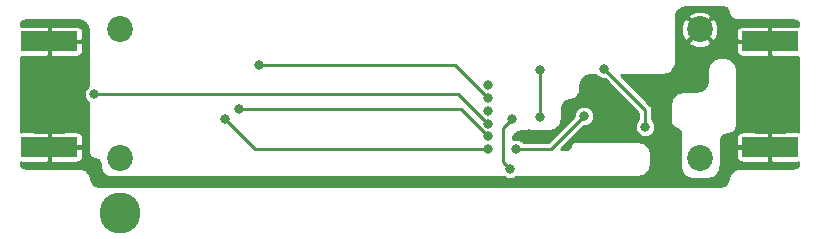
<source format=gbr>
G04 #@! TF.GenerationSoftware,KiCad,Pcbnew,(5.1.4)-1*
G04 #@! TF.CreationDate,2019-08-19T13:43:39-06:00*
G04 #@! TF.ProjectId,Windchill01,57696e64-6368-4696-9c6c-30312e6b6963,rev?*
G04 #@! TF.SameCoordinates,Original*
G04 #@! TF.FileFunction,Copper,L2,Bot*
G04 #@! TF.FilePolarity,Positive*
%FSLAX46Y46*%
G04 Gerber Fmt 4.6, Leading zero omitted, Abs format (unit mm)*
G04 Created by KiCad (PCBNEW (5.1.4)-1) date 2019-08-19 13:43:39*
%MOMM*%
%LPD*%
G04 APERTURE LIST*
%ADD10C,3.480000*%
%ADD11C,2.190000*%
%ADD12R,4.720000X1.670000*%
%ADD13C,0.800000*%
%ADD14C,0.250000*%
%ADD15C,0.254000*%
G04 APERTURE END LIST*
D10*
X89550000Y-83260000D03*
D11*
X138650000Y-67730000D03*
X138650000Y-78650000D03*
X89550000Y-67730000D03*
X89550000Y-78650000D03*
D12*
X144600000Y-68745000D03*
X144600000Y-77695000D03*
X83600000Y-77695000D03*
X83600000Y-68745000D03*
D13*
X87400000Y-73220000D03*
X120720000Y-75720000D03*
X135700000Y-76800000D03*
X129342000Y-73281000D03*
X124201000Y-76611000D03*
X136915000Y-70858000D03*
X134045000Y-75984000D03*
X130599999Y-71100000D03*
X120720000Y-72480000D03*
X128875000Y-75081000D03*
X120720000Y-76800000D03*
X99667000Y-74515000D03*
X123128347Y-77869653D03*
X120720000Y-73560000D03*
X101320000Y-70770000D03*
X120720000Y-77880000D03*
X98471000Y-75313000D03*
X120720000Y-74640000D03*
X122800000Y-75300000D03*
X122612000Y-79531000D03*
X125145000Y-75128000D03*
X125153000Y-71160000D03*
D14*
X118220000Y-73220000D02*
X120720000Y-75720000D01*
X87400000Y-73220000D02*
X118220000Y-73220000D01*
X134045000Y-74545001D02*
X130999998Y-71499999D01*
X130999998Y-71499999D02*
X130599999Y-71100000D01*
X134045000Y-75984000D02*
X134045000Y-74545001D01*
X120720000Y-76800000D02*
X118435000Y-74515000D01*
X118435000Y-74515000D02*
X99667000Y-74515000D01*
X128475001Y-75480999D02*
X128875000Y-75081000D01*
X126086347Y-77869653D02*
X128475001Y-75480999D01*
X123128347Y-77869653D02*
X126086347Y-77869653D01*
X117930000Y-70770000D02*
X120720000Y-73560000D01*
X101320000Y-70770000D02*
X117930000Y-70770000D01*
X101038000Y-77880000D02*
X120720000Y-77880000D01*
X98471000Y-75313000D02*
X101038000Y-77880000D01*
X122041000Y-78960000D02*
X122612000Y-79531000D01*
X122800000Y-75300000D02*
X122041000Y-76059000D01*
X122041000Y-76059000D02*
X122041000Y-78960000D01*
X125153000Y-75120000D02*
X125145000Y-75128000D01*
X125153000Y-71160000D02*
X125153000Y-75120000D01*
D15*
G36*
X140859259Y-65887551D02*
G01*
X141012449Y-66040741D01*
X141151013Y-66557870D01*
X141159783Y-66581171D01*
X141172930Y-66602313D01*
X141183883Y-66614803D01*
X141385197Y-66816117D01*
X141404443Y-66831911D01*
X141426399Y-66843647D01*
X141442130Y-66848987D01*
X141717130Y-66922673D01*
X141750000Y-66927000D01*
X146487491Y-66927000D01*
X146833130Y-66995752D01*
X146998000Y-67105914D01*
X146998000Y-67434435D01*
X146960000Y-67430692D01*
X144767250Y-67433000D01*
X144648000Y-67552250D01*
X144648000Y-68697000D01*
X144668000Y-68697000D01*
X144668000Y-68793000D01*
X144648000Y-68793000D01*
X144648000Y-69937750D01*
X144767250Y-70057000D01*
X146960000Y-70059308D01*
X146998000Y-70055565D01*
X146998001Y-76384435D01*
X146960000Y-76380692D01*
X144767250Y-76383000D01*
X144648000Y-76502250D01*
X144648000Y-77647000D01*
X144668000Y-77647000D01*
X144668000Y-77743000D01*
X144648000Y-77743000D01*
X144648000Y-78887750D01*
X144767250Y-79007000D01*
X146960000Y-79009308D01*
X146998001Y-79005565D01*
X146998001Y-79294085D01*
X146833130Y-79404248D01*
X146487491Y-79473000D01*
X141975000Y-79473000D01*
X141942130Y-79477327D01*
X141554630Y-79581157D01*
X141531329Y-79589927D01*
X141510187Y-79603074D01*
X141497697Y-79614027D01*
X141214027Y-79897697D01*
X141198233Y-79916943D01*
X141186497Y-79938899D01*
X141181157Y-79954630D01*
X140982305Y-80696759D01*
X140746759Y-80932305D01*
X140408279Y-81023000D01*
X87791721Y-81023000D01*
X87453241Y-80932305D01*
X87217695Y-80696759D01*
X87018843Y-79954630D01*
X87010073Y-79931329D01*
X86996926Y-79910187D01*
X86985973Y-79897697D01*
X86702303Y-79614027D01*
X86683057Y-79598233D01*
X86661101Y-79586497D01*
X86645370Y-79581157D01*
X86257870Y-79477327D01*
X86225000Y-79473000D01*
X81712509Y-79473000D01*
X81366870Y-79404248D01*
X81202000Y-79294086D01*
X81202000Y-79005565D01*
X81240000Y-79009308D01*
X83432750Y-79007000D01*
X83552000Y-78887750D01*
X83552000Y-77743000D01*
X83648000Y-77743000D01*
X83648000Y-78887750D01*
X83767250Y-79007000D01*
X85960000Y-79009308D01*
X86053508Y-79000098D01*
X86143423Y-78972823D01*
X86226289Y-78928530D01*
X86298922Y-78868922D01*
X86358530Y-78796289D01*
X86402823Y-78713423D01*
X86430098Y-78623508D01*
X86439308Y-78530000D01*
X86437000Y-77862250D01*
X86317750Y-77743000D01*
X83648000Y-77743000D01*
X83552000Y-77743000D01*
X83532000Y-77743000D01*
X83532000Y-77647000D01*
X83552000Y-77647000D01*
X83552000Y-76502250D01*
X83648000Y-76502250D01*
X83648000Y-77647000D01*
X86317750Y-77647000D01*
X86437000Y-77527750D01*
X86439308Y-76860000D01*
X86430098Y-76766492D01*
X86402823Y-76676577D01*
X86358530Y-76593711D01*
X86298922Y-76521078D01*
X86226289Y-76461470D01*
X86143423Y-76417177D01*
X86053508Y-76389902D01*
X85960000Y-76380692D01*
X83767250Y-76383000D01*
X83648000Y-76502250D01*
X83552000Y-76502250D01*
X83432750Y-76383000D01*
X81240000Y-76380692D01*
X81202000Y-76384435D01*
X81202000Y-70055565D01*
X81240000Y-70059308D01*
X83432750Y-70057000D01*
X83552000Y-69937750D01*
X83552000Y-68793000D01*
X83648000Y-68793000D01*
X83648000Y-69937750D01*
X83767250Y-70057000D01*
X85960000Y-70059308D01*
X86053508Y-70050098D01*
X86143423Y-70022823D01*
X86226289Y-69978530D01*
X86298922Y-69918922D01*
X86358530Y-69846289D01*
X86402823Y-69763423D01*
X86430098Y-69673508D01*
X86439308Y-69580000D01*
X86437000Y-68912250D01*
X86317750Y-68793000D01*
X83648000Y-68793000D01*
X83552000Y-68793000D01*
X83532000Y-68793000D01*
X83532000Y-68697000D01*
X83552000Y-68697000D01*
X83552000Y-67552250D01*
X83648000Y-67552250D01*
X83648000Y-68697000D01*
X86317750Y-68697000D01*
X86437000Y-68577750D01*
X86439308Y-67910000D01*
X86430098Y-67816492D01*
X86402823Y-67726577D01*
X86358530Y-67643711D01*
X86298922Y-67571078D01*
X86226289Y-67511470D01*
X86143423Y-67467177D01*
X86053508Y-67439902D01*
X85960000Y-67430692D01*
X83767250Y-67433000D01*
X83648000Y-67552250D01*
X83552000Y-67552250D01*
X83432750Y-67433000D01*
X81240000Y-67430692D01*
X81202000Y-67434435D01*
X81202000Y-67105914D01*
X81366870Y-66995752D01*
X81712509Y-66927000D01*
X85987491Y-66927000D01*
X86333130Y-66995752D01*
X86615545Y-67184455D01*
X86804248Y-67466870D01*
X86873000Y-67812509D01*
X86873000Y-72517372D01*
X86840945Y-72538790D01*
X86718790Y-72660945D01*
X86622813Y-72804585D01*
X86556703Y-72964189D01*
X86523000Y-73133623D01*
X86523000Y-73306377D01*
X86556703Y-73475811D01*
X86622813Y-73635415D01*
X86718790Y-73779055D01*
X86840945Y-73901210D01*
X86873000Y-73922628D01*
X86873000Y-78100000D01*
X86877327Y-78132870D01*
X86944314Y-78382870D01*
X86953084Y-78406171D01*
X86966231Y-78427313D01*
X86977184Y-78439803D01*
X87160197Y-78622816D01*
X87179443Y-78638610D01*
X87201399Y-78650346D01*
X87217130Y-78655686D01*
X87684259Y-78780852D01*
X87819148Y-78915741D01*
X87873000Y-79116721D01*
X87873000Y-79350000D01*
X87877327Y-79382870D01*
X87977808Y-79757870D01*
X87986578Y-79781171D01*
X87999725Y-79802313D01*
X88010678Y-79814803D01*
X88285197Y-80089322D01*
X88304443Y-80105116D01*
X88326399Y-80116852D01*
X88342130Y-80122192D01*
X88717130Y-80222673D01*
X88750000Y-80227000D01*
X122075080Y-80227000D01*
X122196585Y-80308187D01*
X122356189Y-80374297D01*
X122525623Y-80408000D01*
X122698377Y-80408000D01*
X122867811Y-80374297D01*
X123027415Y-80308187D01*
X123148920Y-80227000D01*
X133400000Y-80227000D01*
X133424776Y-80224560D01*
X133807459Y-80148440D01*
X133831284Y-80141213D01*
X133853240Y-80129477D01*
X134177664Y-79912704D01*
X134196910Y-79896910D01*
X134212704Y-79877664D01*
X134429477Y-79553240D01*
X134441213Y-79531284D01*
X134448440Y-79507459D01*
X134524560Y-79124776D01*
X134527000Y-79100000D01*
X134527000Y-78300000D01*
X134524560Y-78275224D01*
X134448440Y-77892541D01*
X134441213Y-77868716D01*
X134429477Y-77846760D01*
X134212704Y-77522336D01*
X134196910Y-77503090D01*
X134177664Y-77487296D01*
X133853240Y-77270523D01*
X133831284Y-77258787D01*
X133807459Y-77251560D01*
X133424776Y-77175440D01*
X133400000Y-77173000D01*
X128150000Y-77173000D01*
X128125224Y-77175440D01*
X128101399Y-77182667D01*
X127853912Y-77285180D01*
X127831955Y-77296916D01*
X127812710Y-77312711D01*
X127796916Y-77331956D01*
X127785180Y-77353912D01*
X127600285Y-77800285D01*
X127424737Y-77873000D01*
X126934355Y-77873000D01*
X128849356Y-75958000D01*
X128961377Y-75958000D01*
X129130811Y-75924297D01*
X129290415Y-75858187D01*
X129434055Y-75762210D01*
X129556210Y-75640055D01*
X129652187Y-75496415D01*
X129718297Y-75336811D01*
X129752000Y-75167377D01*
X129752000Y-74994623D01*
X129718297Y-74825189D01*
X129652187Y-74665585D01*
X129556210Y-74521945D01*
X129434055Y-74399790D01*
X129290415Y-74303813D01*
X129130811Y-74237703D01*
X128961377Y-74204000D01*
X128788623Y-74204000D01*
X128619189Y-74237703D01*
X128459585Y-74303813D01*
X128315945Y-74399790D01*
X128193790Y-74521945D01*
X128097813Y-74665585D01*
X128031703Y-74825189D01*
X127998000Y-74994623D01*
X127998000Y-75106644D01*
X125836992Y-77267653D01*
X123766612Y-77267653D01*
X123687402Y-77188443D01*
X123543762Y-77092466D01*
X123384158Y-77026356D01*
X123214724Y-76992653D01*
X123041970Y-76992653D01*
X122872536Y-77026356D01*
X122841587Y-77039176D01*
X122888139Y-76805139D01*
X123055166Y-76555166D01*
X123305139Y-76388139D01*
X123612509Y-76327000D01*
X125900000Y-76327000D01*
X125924776Y-76324560D01*
X126307459Y-76248440D01*
X126331284Y-76241213D01*
X126353240Y-76229477D01*
X126677664Y-76012704D01*
X126696910Y-75996910D01*
X126712704Y-75977664D01*
X126929477Y-75653240D01*
X126941213Y-75631284D01*
X126948440Y-75607459D01*
X127024560Y-75224776D01*
X127027000Y-75200000D01*
X127027000Y-74366721D01*
X127114346Y-74040741D01*
X127340741Y-73814346D01*
X128057870Y-73622192D01*
X128081171Y-73613422D01*
X128102313Y-73600275D01*
X128114803Y-73589322D01*
X128389322Y-73314803D01*
X128405116Y-73295557D01*
X128416852Y-73273601D01*
X128422192Y-73257870D01*
X128522673Y-72882870D01*
X128527000Y-72850000D01*
X128527000Y-72512509D01*
X128595752Y-72166870D01*
X128784455Y-71884455D01*
X129066870Y-71695752D01*
X129412509Y-71627000D01*
X129897371Y-71627000D01*
X129918789Y-71659055D01*
X130040944Y-71781210D01*
X130184584Y-71877187D01*
X130344188Y-71943297D01*
X130513622Y-71977000D01*
X130625644Y-71977000D01*
X133443001Y-74794359D01*
X133443000Y-75345735D01*
X133363790Y-75424945D01*
X133267813Y-75568585D01*
X133201703Y-75728189D01*
X133168000Y-75897623D01*
X133168000Y-76070377D01*
X133201703Y-76239811D01*
X133267813Y-76399415D01*
X133363790Y-76543055D01*
X133485945Y-76665210D01*
X133629585Y-76761187D01*
X133789189Y-76827297D01*
X133958623Y-76861000D01*
X134131377Y-76861000D01*
X134300811Y-76827297D01*
X134460415Y-76761187D01*
X134604055Y-76665210D01*
X134726210Y-76543055D01*
X134822187Y-76399415D01*
X134888297Y-76239811D01*
X134922000Y-76070377D01*
X134922000Y-75897623D01*
X134888297Y-75728189D01*
X134822187Y-75568585D01*
X134726210Y-75424945D01*
X134647000Y-75345735D01*
X134647000Y-74574557D01*
X134649911Y-74545000D01*
X134647000Y-74515444D01*
X134647000Y-74515435D01*
X134638289Y-74426989D01*
X134603866Y-74313511D01*
X134547966Y-74208930D01*
X134523345Y-74178929D01*
X134491584Y-74140228D01*
X134491580Y-74140224D01*
X134472737Y-74117264D01*
X134451701Y-74100000D01*
X136173000Y-74100000D01*
X136173000Y-75600000D01*
X136175440Y-75624776D01*
X136182667Y-75648601D01*
X136299824Y-75931444D01*
X136311560Y-75953400D01*
X136327354Y-75972645D01*
X136346599Y-75988440D01*
X136368556Y-76000176D01*
X136885641Y-76214359D01*
X136973000Y-76425263D01*
X136973000Y-79300000D01*
X136975440Y-79324776D01*
X137051560Y-79707459D01*
X137058787Y-79731284D01*
X137070523Y-79753240D01*
X137287296Y-80077664D01*
X137303090Y-80096910D01*
X137322336Y-80112704D01*
X137646760Y-80329477D01*
X137668716Y-80341213D01*
X137692541Y-80348440D01*
X138075224Y-80424560D01*
X138100000Y-80427000D01*
X139300000Y-80427000D01*
X139324776Y-80424560D01*
X139707459Y-80348440D01*
X139731284Y-80341213D01*
X139753240Y-80329477D01*
X140077664Y-80112704D01*
X140096910Y-80096910D01*
X140112704Y-80077664D01*
X140329477Y-79753240D01*
X140341213Y-79731284D01*
X140348440Y-79707459D01*
X140424560Y-79324776D01*
X140427000Y-79300000D01*
X140427000Y-78530000D01*
X141760692Y-78530000D01*
X141769902Y-78623508D01*
X141797177Y-78713423D01*
X141841470Y-78796289D01*
X141901078Y-78868922D01*
X141973711Y-78928530D01*
X142056577Y-78972823D01*
X142146492Y-79000098D01*
X142240000Y-79009308D01*
X144432750Y-79007000D01*
X144552000Y-78887750D01*
X144552000Y-77743000D01*
X141882250Y-77743000D01*
X141763000Y-77862250D01*
X141760692Y-78530000D01*
X140427000Y-78530000D01*
X140427000Y-77216721D01*
X140507647Y-76915741D01*
X140563388Y-76860000D01*
X141760692Y-76860000D01*
X141763000Y-77527750D01*
X141882250Y-77647000D01*
X144552000Y-77647000D01*
X144552000Y-76502250D01*
X144432750Y-76383000D01*
X142240000Y-76380692D01*
X142146492Y-76389902D01*
X142056577Y-76417177D01*
X141973711Y-76461470D01*
X141901078Y-76521078D01*
X141841470Y-76593711D01*
X141797177Y-76676577D01*
X141769902Y-76766492D01*
X141760692Y-76860000D01*
X140563388Y-76860000D01*
X140715741Y-76707647D01*
X141382870Y-76528891D01*
X141406171Y-76520121D01*
X141427313Y-76506974D01*
X141439803Y-76496021D01*
X141696021Y-76239803D01*
X141711815Y-76220557D01*
X141723551Y-76198601D01*
X141728891Y-76182870D01*
X141822673Y-75832870D01*
X141827000Y-75800000D01*
X141827000Y-71200000D01*
X141824560Y-71175224D01*
X141748440Y-70792541D01*
X141741213Y-70768716D01*
X141729477Y-70746760D01*
X141512704Y-70422336D01*
X141496910Y-70403090D01*
X141477664Y-70387296D01*
X141153240Y-70170523D01*
X141131284Y-70158787D01*
X141107459Y-70151560D01*
X140724776Y-70075440D01*
X140700000Y-70073000D01*
X140400000Y-70073000D01*
X140375224Y-70075440D01*
X139992541Y-70151560D01*
X139968716Y-70158787D01*
X139946760Y-70170523D01*
X139622336Y-70387296D01*
X139603090Y-70403090D01*
X139587296Y-70422336D01*
X139370523Y-70746760D01*
X139358787Y-70768716D01*
X139351560Y-70792541D01*
X139275440Y-71175224D01*
X139273000Y-71200000D01*
X139273000Y-72087491D01*
X139204248Y-72433130D01*
X139015545Y-72715545D01*
X138733130Y-72904248D01*
X138387491Y-72973000D01*
X137300000Y-72973000D01*
X137275224Y-72975440D01*
X136892541Y-73051560D01*
X136868716Y-73058787D01*
X136846760Y-73070523D01*
X136522336Y-73287296D01*
X136503090Y-73303090D01*
X136487296Y-73322336D01*
X136270523Y-73646760D01*
X136258787Y-73668716D01*
X136251560Y-73692541D01*
X136175440Y-74075224D01*
X136173000Y-74100000D01*
X134451701Y-74100000D01*
X134449777Y-74098421D01*
X131978354Y-71627000D01*
X135500000Y-71627000D01*
X135524776Y-71624560D01*
X135907459Y-71548440D01*
X135931284Y-71541213D01*
X135953240Y-71529477D01*
X136277664Y-71312704D01*
X136296910Y-71296910D01*
X136312704Y-71277664D01*
X136529477Y-70953240D01*
X136541213Y-70931284D01*
X136548440Y-70907459D01*
X136624560Y-70524776D01*
X136627000Y-70500000D01*
X136627000Y-69580000D01*
X141760692Y-69580000D01*
X141769902Y-69673508D01*
X141797177Y-69763423D01*
X141841470Y-69846289D01*
X141901078Y-69918922D01*
X141973711Y-69978530D01*
X142056577Y-70022823D01*
X142146492Y-70050098D01*
X142240000Y-70059308D01*
X144432750Y-70057000D01*
X144552000Y-69937750D01*
X144552000Y-68793000D01*
X141882250Y-68793000D01*
X141763000Y-68912250D01*
X141760692Y-69580000D01*
X136627000Y-69580000D01*
X136627000Y-68796011D01*
X137651871Y-68796011D01*
X137760792Y-69035552D01*
X138032578Y-69183943D01*
X138328092Y-69276459D01*
X138635977Y-69309545D01*
X138944400Y-69281930D01*
X139241510Y-69194676D01*
X139515889Y-69051134D01*
X139539208Y-69035552D01*
X139648129Y-68796011D01*
X138650000Y-67797882D01*
X137651871Y-68796011D01*
X136627000Y-68796011D01*
X136627000Y-67715977D01*
X137070455Y-67715977D01*
X137098070Y-68024400D01*
X137185324Y-68321510D01*
X137328866Y-68595889D01*
X137344448Y-68619208D01*
X137583989Y-68728129D01*
X138582118Y-67730000D01*
X138717882Y-67730000D01*
X139716011Y-68728129D01*
X139955552Y-68619208D01*
X140103943Y-68347422D01*
X140196459Y-68051908D01*
X140211708Y-67910000D01*
X141760692Y-67910000D01*
X141763000Y-68577750D01*
X141882250Y-68697000D01*
X144552000Y-68697000D01*
X144552000Y-67552250D01*
X144432750Y-67433000D01*
X142240000Y-67430692D01*
X142146492Y-67439902D01*
X142056577Y-67467177D01*
X141973711Y-67511470D01*
X141901078Y-67571078D01*
X141841470Y-67643711D01*
X141797177Y-67726577D01*
X141769902Y-67816492D01*
X141760692Y-67910000D01*
X140211708Y-67910000D01*
X140229545Y-67744023D01*
X140201930Y-67435600D01*
X140114676Y-67138490D01*
X139971134Y-66864111D01*
X139955552Y-66840792D01*
X139716011Y-66731871D01*
X138717882Y-67730000D01*
X138582118Y-67730000D01*
X137583989Y-66731871D01*
X137344448Y-66840792D01*
X137196057Y-67112578D01*
X137103541Y-67408092D01*
X137070455Y-67715977D01*
X136627000Y-67715977D01*
X136627000Y-66712509D01*
X136636651Y-66663989D01*
X137651871Y-66663989D01*
X138650000Y-67662118D01*
X139648129Y-66663989D01*
X139539208Y-66424448D01*
X139267422Y-66276057D01*
X138971908Y-66183541D01*
X138664023Y-66150455D01*
X138355600Y-66178070D01*
X138058490Y-66265324D01*
X137784111Y-66408866D01*
X137760792Y-66424448D01*
X137651871Y-66663989D01*
X136636651Y-66663989D01*
X136695752Y-66366870D01*
X136884455Y-66084455D01*
X137166870Y-65895752D01*
X137512509Y-65827000D01*
X140633279Y-65827000D01*
X140859259Y-65887551D01*
X140859259Y-65887551D01*
G37*
X140859259Y-65887551D02*
X141012449Y-66040741D01*
X141151013Y-66557870D01*
X141159783Y-66581171D01*
X141172930Y-66602313D01*
X141183883Y-66614803D01*
X141385197Y-66816117D01*
X141404443Y-66831911D01*
X141426399Y-66843647D01*
X141442130Y-66848987D01*
X141717130Y-66922673D01*
X141750000Y-66927000D01*
X146487491Y-66927000D01*
X146833130Y-66995752D01*
X146998000Y-67105914D01*
X146998000Y-67434435D01*
X146960000Y-67430692D01*
X144767250Y-67433000D01*
X144648000Y-67552250D01*
X144648000Y-68697000D01*
X144668000Y-68697000D01*
X144668000Y-68793000D01*
X144648000Y-68793000D01*
X144648000Y-69937750D01*
X144767250Y-70057000D01*
X146960000Y-70059308D01*
X146998000Y-70055565D01*
X146998001Y-76384435D01*
X146960000Y-76380692D01*
X144767250Y-76383000D01*
X144648000Y-76502250D01*
X144648000Y-77647000D01*
X144668000Y-77647000D01*
X144668000Y-77743000D01*
X144648000Y-77743000D01*
X144648000Y-78887750D01*
X144767250Y-79007000D01*
X146960000Y-79009308D01*
X146998001Y-79005565D01*
X146998001Y-79294085D01*
X146833130Y-79404248D01*
X146487491Y-79473000D01*
X141975000Y-79473000D01*
X141942130Y-79477327D01*
X141554630Y-79581157D01*
X141531329Y-79589927D01*
X141510187Y-79603074D01*
X141497697Y-79614027D01*
X141214027Y-79897697D01*
X141198233Y-79916943D01*
X141186497Y-79938899D01*
X141181157Y-79954630D01*
X140982305Y-80696759D01*
X140746759Y-80932305D01*
X140408279Y-81023000D01*
X87791721Y-81023000D01*
X87453241Y-80932305D01*
X87217695Y-80696759D01*
X87018843Y-79954630D01*
X87010073Y-79931329D01*
X86996926Y-79910187D01*
X86985973Y-79897697D01*
X86702303Y-79614027D01*
X86683057Y-79598233D01*
X86661101Y-79586497D01*
X86645370Y-79581157D01*
X86257870Y-79477327D01*
X86225000Y-79473000D01*
X81712509Y-79473000D01*
X81366870Y-79404248D01*
X81202000Y-79294086D01*
X81202000Y-79005565D01*
X81240000Y-79009308D01*
X83432750Y-79007000D01*
X83552000Y-78887750D01*
X83552000Y-77743000D01*
X83648000Y-77743000D01*
X83648000Y-78887750D01*
X83767250Y-79007000D01*
X85960000Y-79009308D01*
X86053508Y-79000098D01*
X86143423Y-78972823D01*
X86226289Y-78928530D01*
X86298922Y-78868922D01*
X86358530Y-78796289D01*
X86402823Y-78713423D01*
X86430098Y-78623508D01*
X86439308Y-78530000D01*
X86437000Y-77862250D01*
X86317750Y-77743000D01*
X83648000Y-77743000D01*
X83552000Y-77743000D01*
X83532000Y-77743000D01*
X83532000Y-77647000D01*
X83552000Y-77647000D01*
X83552000Y-76502250D01*
X83648000Y-76502250D01*
X83648000Y-77647000D01*
X86317750Y-77647000D01*
X86437000Y-77527750D01*
X86439308Y-76860000D01*
X86430098Y-76766492D01*
X86402823Y-76676577D01*
X86358530Y-76593711D01*
X86298922Y-76521078D01*
X86226289Y-76461470D01*
X86143423Y-76417177D01*
X86053508Y-76389902D01*
X85960000Y-76380692D01*
X83767250Y-76383000D01*
X83648000Y-76502250D01*
X83552000Y-76502250D01*
X83432750Y-76383000D01*
X81240000Y-76380692D01*
X81202000Y-76384435D01*
X81202000Y-70055565D01*
X81240000Y-70059308D01*
X83432750Y-70057000D01*
X83552000Y-69937750D01*
X83552000Y-68793000D01*
X83648000Y-68793000D01*
X83648000Y-69937750D01*
X83767250Y-70057000D01*
X85960000Y-70059308D01*
X86053508Y-70050098D01*
X86143423Y-70022823D01*
X86226289Y-69978530D01*
X86298922Y-69918922D01*
X86358530Y-69846289D01*
X86402823Y-69763423D01*
X86430098Y-69673508D01*
X86439308Y-69580000D01*
X86437000Y-68912250D01*
X86317750Y-68793000D01*
X83648000Y-68793000D01*
X83552000Y-68793000D01*
X83532000Y-68793000D01*
X83532000Y-68697000D01*
X83552000Y-68697000D01*
X83552000Y-67552250D01*
X83648000Y-67552250D01*
X83648000Y-68697000D01*
X86317750Y-68697000D01*
X86437000Y-68577750D01*
X86439308Y-67910000D01*
X86430098Y-67816492D01*
X86402823Y-67726577D01*
X86358530Y-67643711D01*
X86298922Y-67571078D01*
X86226289Y-67511470D01*
X86143423Y-67467177D01*
X86053508Y-67439902D01*
X85960000Y-67430692D01*
X83767250Y-67433000D01*
X83648000Y-67552250D01*
X83552000Y-67552250D01*
X83432750Y-67433000D01*
X81240000Y-67430692D01*
X81202000Y-67434435D01*
X81202000Y-67105914D01*
X81366870Y-66995752D01*
X81712509Y-66927000D01*
X85987491Y-66927000D01*
X86333130Y-66995752D01*
X86615545Y-67184455D01*
X86804248Y-67466870D01*
X86873000Y-67812509D01*
X86873000Y-72517372D01*
X86840945Y-72538790D01*
X86718790Y-72660945D01*
X86622813Y-72804585D01*
X86556703Y-72964189D01*
X86523000Y-73133623D01*
X86523000Y-73306377D01*
X86556703Y-73475811D01*
X86622813Y-73635415D01*
X86718790Y-73779055D01*
X86840945Y-73901210D01*
X86873000Y-73922628D01*
X86873000Y-78100000D01*
X86877327Y-78132870D01*
X86944314Y-78382870D01*
X86953084Y-78406171D01*
X86966231Y-78427313D01*
X86977184Y-78439803D01*
X87160197Y-78622816D01*
X87179443Y-78638610D01*
X87201399Y-78650346D01*
X87217130Y-78655686D01*
X87684259Y-78780852D01*
X87819148Y-78915741D01*
X87873000Y-79116721D01*
X87873000Y-79350000D01*
X87877327Y-79382870D01*
X87977808Y-79757870D01*
X87986578Y-79781171D01*
X87999725Y-79802313D01*
X88010678Y-79814803D01*
X88285197Y-80089322D01*
X88304443Y-80105116D01*
X88326399Y-80116852D01*
X88342130Y-80122192D01*
X88717130Y-80222673D01*
X88750000Y-80227000D01*
X122075080Y-80227000D01*
X122196585Y-80308187D01*
X122356189Y-80374297D01*
X122525623Y-80408000D01*
X122698377Y-80408000D01*
X122867811Y-80374297D01*
X123027415Y-80308187D01*
X123148920Y-80227000D01*
X133400000Y-80227000D01*
X133424776Y-80224560D01*
X133807459Y-80148440D01*
X133831284Y-80141213D01*
X133853240Y-80129477D01*
X134177664Y-79912704D01*
X134196910Y-79896910D01*
X134212704Y-79877664D01*
X134429477Y-79553240D01*
X134441213Y-79531284D01*
X134448440Y-79507459D01*
X134524560Y-79124776D01*
X134527000Y-79100000D01*
X134527000Y-78300000D01*
X134524560Y-78275224D01*
X134448440Y-77892541D01*
X134441213Y-77868716D01*
X134429477Y-77846760D01*
X134212704Y-77522336D01*
X134196910Y-77503090D01*
X134177664Y-77487296D01*
X133853240Y-77270523D01*
X133831284Y-77258787D01*
X133807459Y-77251560D01*
X133424776Y-77175440D01*
X133400000Y-77173000D01*
X128150000Y-77173000D01*
X128125224Y-77175440D01*
X128101399Y-77182667D01*
X127853912Y-77285180D01*
X127831955Y-77296916D01*
X127812710Y-77312711D01*
X127796916Y-77331956D01*
X127785180Y-77353912D01*
X127600285Y-77800285D01*
X127424737Y-77873000D01*
X126934355Y-77873000D01*
X128849356Y-75958000D01*
X128961377Y-75958000D01*
X129130811Y-75924297D01*
X129290415Y-75858187D01*
X129434055Y-75762210D01*
X129556210Y-75640055D01*
X129652187Y-75496415D01*
X129718297Y-75336811D01*
X129752000Y-75167377D01*
X129752000Y-74994623D01*
X129718297Y-74825189D01*
X129652187Y-74665585D01*
X129556210Y-74521945D01*
X129434055Y-74399790D01*
X129290415Y-74303813D01*
X129130811Y-74237703D01*
X128961377Y-74204000D01*
X128788623Y-74204000D01*
X128619189Y-74237703D01*
X128459585Y-74303813D01*
X128315945Y-74399790D01*
X128193790Y-74521945D01*
X128097813Y-74665585D01*
X128031703Y-74825189D01*
X127998000Y-74994623D01*
X127998000Y-75106644D01*
X125836992Y-77267653D01*
X123766612Y-77267653D01*
X123687402Y-77188443D01*
X123543762Y-77092466D01*
X123384158Y-77026356D01*
X123214724Y-76992653D01*
X123041970Y-76992653D01*
X122872536Y-77026356D01*
X122841587Y-77039176D01*
X122888139Y-76805139D01*
X123055166Y-76555166D01*
X123305139Y-76388139D01*
X123612509Y-76327000D01*
X125900000Y-76327000D01*
X125924776Y-76324560D01*
X126307459Y-76248440D01*
X126331284Y-76241213D01*
X126353240Y-76229477D01*
X126677664Y-76012704D01*
X126696910Y-75996910D01*
X126712704Y-75977664D01*
X126929477Y-75653240D01*
X126941213Y-75631284D01*
X126948440Y-75607459D01*
X127024560Y-75224776D01*
X127027000Y-75200000D01*
X127027000Y-74366721D01*
X127114346Y-74040741D01*
X127340741Y-73814346D01*
X128057870Y-73622192D01*
X128081171Y-73613422D01*
X128102313Y-73600275D01*
X128114803Y-73589322D01*
X128389322Y-73314803D01*
X128405116Y-73295557D01*
X128416852Y-73273601D01*
X128422192Y-73257870D01*
X128522673Y-72882870D01*
X128527000Y-72850000D01*
X128527000Y-72512509D01*
X128595752Y-72166870D01*
X128784455Y-71884455D01*
X129066870Y-71695752D01*
X129412509Y-71627000D01*
X129897371Y-71627000D01*
X129918789Y-71659055D01*
X130040944Y-71781210D01*
X130184584Y-71877187D01*
X130344188Y-71943297D01*
X130513622Y-71977000D01*
X130625644Y-71977000D01*
X133443001Y-74794359D01*
X133443000Y-75345735D01*
X133363790Y-75424945D01*
X133267813Y-75568585D01*
X133201703Y-75728189D01*
X133168000Y-75897623D01*
X133168000Y-76070377D01*
X133201703Y-76239811D01*
X133267813Y-76399415D01*
X133363790Y-76543055D01*
X133485945Y-76665210D01*
X133629585Y-76761187D01*
X133789189Y-76827297D01*
X133958623Y-76861000D01*
X134131377Y-76861000D01*
X134300811Y-76827297D01*
X134460415Y-76761187D01*
X134604055Y-76665210D01*
X134726210Y-76543055D01*
X134822187Y-76399415D01*
X134888297Y-76239811D01*
X134922000Y-76070377D01*
X134922000Y-75897623D01*
X134888297Y-75728189D01*
X134822187Y-75568585D01*
X134726210Y-75424945D01*
X134647000Y-75345735D01*
X134647000Y-74574557D01*
X134649911Y-74545000D01*
X134647000Y-74515444D01*
X134647000Y-74515435D01*
X134638289Y-74426989D01*
X134603866Y-74313511D01*
X134547966Y-74208930D01*
X134523345Y-74178929D01*
X134491584Y-74140228D01*
X134491580Y-74140224D01*
X134472737Y-74117264D01*
X134451701Y-74100000D01*
X136173000Y-74100000D01*
X136173000Y-75600000D01*
X136175440Y-75624776D01*
X136182667Y-75648601D01*
X136299824Y-75931444D01*
X136311560Y-75953400D01*
X136327354Y-75972645D01*
X136346599Y-75988440D01*
X136368556Y-76000176D01*
X136885641Y-76214359D01*
X136973000Y-76425263D01*
X136973000Y-79300000D01*
X136975440Y-79324776D01*
X137051560Y-79707459D01*
X137058787Y-79731284D01*
X137070523Y-79753240D01*
X137287296Y-80077664D01*
X137303090Y-80096910D01*
X137322336Y-80112704D01*
X137646760Y-80329477D01*
X137668716Y-80341213D01*
X137692541Y-80348440D01*
X138075224Y-80424560D01*
X138100000Y-80427000D01*
X139300000Y-80427000D01*
X139324776Y-80424560D01*
X139707459Y-80348440D01*
X139731284Y-80341213D01*
X139753240Y-80329477D01*
X140077664Y-80112704D01*
X140096910Y-80096910D01*
X140112704Y-80077664D01*
X140329477Y-79753240D01*
X140341213Y-79731284D01*
X140348440Y-79707459D01*
X140424560Y-79324776D01*
X140427000Y-79300000D01*
X140427000Y-78530000D01*
X141760692Y-78530000D01*
X141769902Y-78623508D01*
X141797177Y-78713423D01*
X141841470Y-78796289D01*
X141901078Y-78868922D01*
X141973711Y-78928530D01*
X142056577Y-78972823D01*
X142146492Y-79000098D01*
X142240000Y-79009308D01*
X144432750Y-79007000D01*
X144552000Y-78887750D01*
X144552000Y-77743000D01*
X141882250Y-77743000D01*
X141763000Y-77862250D01*
X141760692Y-78530000D01*
X140427000Y-78530000D01*
X140427000Y-77216721D01*
X140507647Y-76915741D01*
X140563388Y-76860000D01*
X141760692Y-76860000D01*
X141763000Y-77527750D01*
X141882250Y-77647000D01*
X144552000Y-77647000D01*
X144552000Y-76502250D01*
X144432750Y-76383000D01*
X142240000Y-76380692D01*
X142146492Y-76389902D01*
X142056577Y-76417177D01*
X141973711Y-76461470D01*
X141901078Y-76521078D01*
X141841470Y-76593711D01*
X141797177Y-76676577D01*
X141769902Y-76766492D01*
X141760692Y-76860000D01*
X140563388Y-76860000D01*
X140715741Y-76707647D01*
X141382870Y-76528891D01*
X141406171Y-76520121D01*
X141427313Y-76506974D01*
X141439803Y-76496021D01*
X141696021Y-76239803D01*
X141711815Y-76220557D01*
X141723551Y-76198601D01*
X141728891Y-76182870D01*
X141822673Y-75832870D01*
X141827000Y-75800000D01*
X141827000Y-71200000D01*
X141824560Y-71175224D01*
X141748440Y-70792541D01*
X141741213Y-70768716D01*
X141729477Y-70746760D01*
X141512704Y-70422336D01*
X141496910Y-70403090D01*
X141477664Y-70387296D01*
X141153240Y-70170523D01*
X141131284Y-70158787D01*
X141107459Y-70151560D01*
X140724776Y-70075440D01*
X140700000Y-70073000D01*
X140400000Y-70073000D01*
X140375224Y-70075440D01*
X139992541Y-70151560D01*
X139968716Y-70158787D01*
X139946760Y-70170523D01*
X139622336Y-70387296D01*
X139603090Y-70403090D01*
X139587296Y-70422336D01*
X139370523Y-70746760D01*
X139358787Y-70768716D01*
X139351560Y-70792541D01*
X139275440Y-71175224D01*
X139273000Y-71200000D01*
X139273000Y-72087491D01*
X139204248Y-72433130D01*
X139015545Y-72715545D01*
X138733130Y-72904248D01*
X138387491Y-72973000D01*
X137300000Y-72973000D01*
X137275224Y-72975440D01*
X136892541Y-73051560D01*
X136868716Y-73058787D01*
X136846760Y-73070523D01*
X136522336Y-73287296D01*
X136503090Y-73303090D01*
X136487296Y-73322336D01*
X136270523Y-73646760D01*
X136258787Y-73668716D01*
X136251560Y-73692541D01*
X136175440Y-74075224D01*
X136173000Y-74100000D01*
X134451701Y-74100000D01*
X134449777Y-74098421D01*
X131978354Y-71627000D01*
X135500000Y-71627000D01*
X135524776Y-71624560D01*
X135907459Y-71548440D01*
X135931284Y-71541213D01*
X135953240Y-71529477D01*
X136277664Y-71312704D01*
X136296910Y-71296910D01*
X136312704Y-71277664D01*
X136529477Y-70953240D01*
X136541213Y-70931284D01*
X136548440Y-70907459D01*
X136624560Y-70524776D01*
X136627000Y-70500000D01*
X136627000Y-69580000D01*
X141760692Y-69580000D01*
X141769902Y-69673508D01*
X141797177Y-69763423D01*
X141841470Y-69846289D01*
X141901078Y-69918922D01*
X141973711Y-69978530D01*
X142056577Y-70022823D01*
X142146492Y-70050098D01*
X142240000Y-70059308D01*
X144432750Y-70057000D01*
X144552000Y-69937750D01*
X144552000Y-68793000D01*
X141882250Y-68793000D01*
X141763000Y-68912250D01*
X141760692Y-69580000D01*
X136627000Y-69580000D01*
X136627000Y-68796011D01*
X137651871Y-68796011D01*
X137760792Y-69035552D01*
X138032578Y-69183943D01*
X138328092Y-69276459D01*
X138635977Y-69309545D01*
X138944400Y-69281930D01*
X139241510Y-69194676D01*
X139515889Y-69051134D01*
X139539208Y-69035552D01*
X139648129Y-68796011D01*
X138650000Y-67797882D01*
X137651871Y-68796011D01*
X136627000Y-68796011D01*
X136627000Y-67715977D01*
X137070455Y-67715977D01*
X137098070Y-68024400D01*
X137185324Y-68321510D01*
X137328866Y-68595889D01*
X137344448Y-68619208D01*
X137583989Y-68728129D01*
X138582118Y-67730000D01*
X138717882Y-67730000D01*
X139716011Y-68728129D01*
X139955552Y-68619208D01*
X140103943Y-68347422D01*
X140196459Y-68051908D01*
X140211708Y-67910000D01*
X141760692Y-67910000D01*
X141763000Y-68577750D01*
X141882250Y-68697000D01*
X144552000Y-68697000D01*
X144552000Y-67552250D01*
X144432750Y-67433000D01*
X142240000Y-67430692D01*
X142146492Y-67439902D01*
X142056577Y-67467177D01*
X141973711Y-67511470D01*
X141901078Y-67571078D01*
X141841470Y-67643711D01*
X141797177Y-67726577D01*
X141769902Y-67816492D01*
X141760692Y-67910000D01*
X140211708Y-67910000D01*
X140229545Y-67744023D01*
X140201930Y-67435600D01*
X140114676Y-67138490D01*
X139971134Y-66864111D01*
X139955552Y-66840792D01*
X139716011Y-66731871D01*
X138717882Y-67730000D01*
X138582118Y-67730000D01*
X137583989Y-66731871D01*
X137344448Y-66840792D01*
X137196057Y-67112578D01*
X137103541Y-67408092D01*
X137070455Y-67715977D01*
X136627000Y-67715977D01*
X136627000Y-66712509D01*
X136636651Y-66663989D01*
X137651871Y-66663989D01*
X138650000Y-67662118D01*
X139648129Y-66663989D01*
X139539208Y-66424448D01*
X139267422Y-66276057D01*
X138971908Y-66183541D01*
X138664023Y-66150455D01*
X138355600Y-66178070D01*
X138058490Y-66265324D01*
X137784111Y-66408866D01*
X137760792Y-66424448D01*
X137651871Y-66663989D01*
X136636651Y-66663989D01*
X136695752Y-66366870D01*
X136884455Y-66084455D01*
X137166870Y-65895752D01*
X137512509Y-65827000D01*
X140633279Y-65827000D01*
X140859259Y-65887551D01*
M02*

</source>
